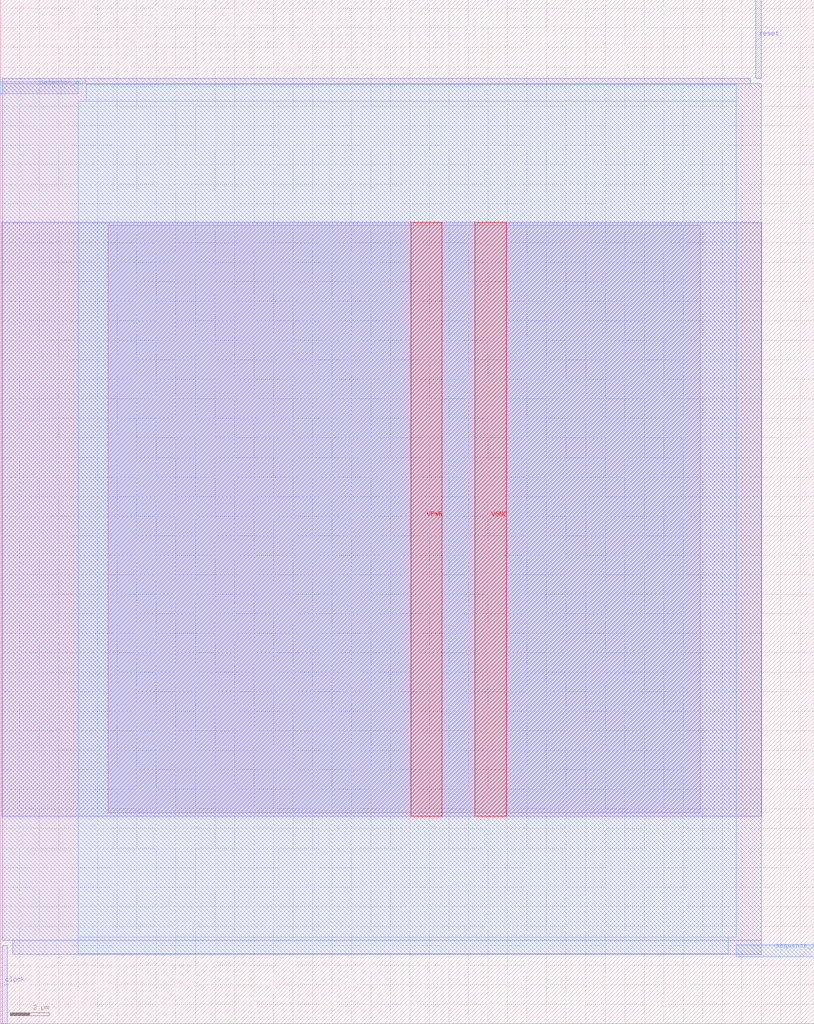
<source format=lef>
VERSION 5.7 ;
  NOWIREEXTENSIONATPIN ON ;
  DIVIDERCHAR "/" ;
  BUSBITCHARS "[]" ;
MACRO manhattandetector
  CLASS BLOCK ;
  FOREIGN manhattandetector ;
  ORIGIN 0.000 0.000 ;
  SIZE 41.715 BY 52.435 ;
  PIN VGND
    DIRECTION INOUT ;
    USE GROUND ;
    PORT
      LAYER met4 ;
        RECT 24.340 10.640 25.940 41.040 ;
    END
  END VGND
  PIN VPWR
    DIRECTION INOUT ;
    USE POWER ;
    PORT
      LAYER met4 ;
        RECT 21.040 10.640 22.640 41.040 ;
    END
  END VPWR
  PIN clock
    DIRECTION INPUT ;
    USE SIGNAL ;
    ANTENNAGATEAREA 0.852000 ;
    ANTENNADIFFAREA 0.434700 ;
    PORT
      LAYER met2 ;
        RECT 0.090 0.000 0.370 4.000 ;
    END
  END clock
  PIN detector_out
    DIRECTION OUTPUT TRISTATE ;
    USE SIGNAL ;
    ANTENNADIFFAREA 2.673000 ;
    PORT
      LAYER met3 ;
        RECT 0.000 47.640 4.000 48.240 ;
    END
  END detector_out
  PIN reset
    DIRECTION INPUT ;
    USE SIGNAL ;
    ANTENNAGATEAREA 0.213000 ;
    ANTENNADIFFAREA 0.434700 ;
    PORT
      LAYER met2 ;
        RECT 38.730 48.435 39.010 52.435 ;
    END
  END reset
  PIN sequence_in
    DIRECTION INPUT ;
    USE SIGNAL ;
    ANTENNAGATEAREA 0.126000 ;
    ANTENNADIFFAREA 0.434700 ;
    PORT
      LAYER met3 ;
        RECT 37.715 3.440 41.715 4.040 ;
    END
  END sequence_in
  OBS
      LAYER li1 ;
        RECT 5.520 10.795 35.880 40.885 ;
      LAYER met1 ;
        RECT 0.070 10.640 39.030 41.040 ;
      LAYER met2 ;
        RECT 0.100 48.155 38.450 48.435 ;
        RECT 0.100 4.280 39.000 48.155 ;
        RECT 0.650 3.555 39.000 4.280 ;
      LAYER met3 ;
        RECT 4.400 47.240 37.715 48.105 ;
        RECT 4.000 4.440 37.715 47.240 ;
        RECT 4.000 3.575 37.315 4.440 ;
  END
END manhattandetector
END LIBRARY


</source>
